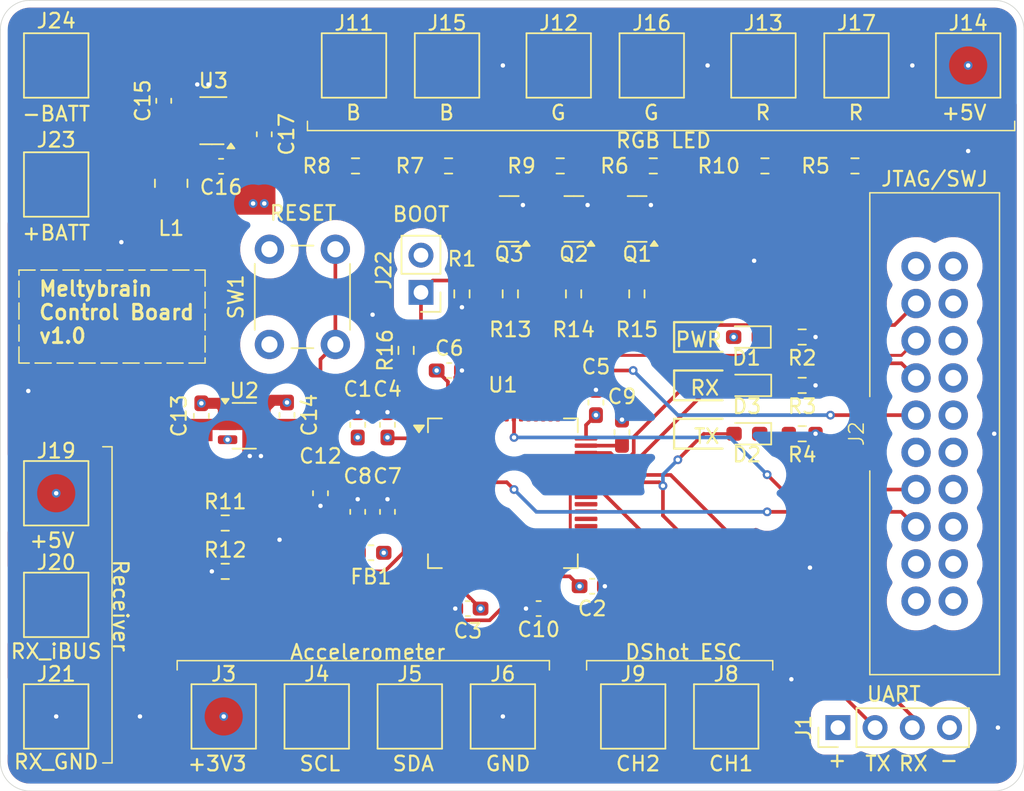
<source format=kicad_pcb>
(kicad_pcb (version 20241229) (generator "pcbnew") (generator_version "9.0")
  (layers (0 "F.Cu" signal) (4 "In1.Cu" signal) (6 "In2.Cu" signal) (2 "B.Cu" signal) (13 "F.Paste" user) (15 "B.Paste" user) (5 "F.SilkS" user "F.Silkscreen") (7 "B.SilkS" user "B.Silkscreen") (1 "F.Mask" user) (3 "B.Mask" user) (25 "Edge.Cuts" user))
  (net 0 "")
  (net 1 "+3V3")
  (net 2 "GND")
  (net 3 "VDDA")
  (net 4 "Net-(U1-VCAP_2)")
  (net 5 "Net-(U1-VCAP_1)")
  (net 6 "/NRST")
  (net 7 "+5V")
  (net 8 "+BATT")
  (net 9 "Net-(U3-SW)")
  (net 10 "Net-(U3-CB)")
  (net 11 "Net-(D1-K)")
  (net 12 "/USART1_TX")
  (net 13 "Net-(D2-K)")
  (net 14 "/USART1_RX")
  (net 15 "Net-(D3-K)")
  (net 16 "/JTDI")
  (net 17 "/JTCK_SWCLK")
  (net 18 "/JTDO_SWO")
  (net 19 "/nJTRST")
  (net 23 "/JTMS_SWDIO")
  (net 24 "/I2C2_SCL")
  (net 25 "/I2C2_SDA")
  (net 26 "/DSHOT_CH1")
  (net 27 "/DSHOT_CH2")
  (net 28 "Net-(J11-Pin_1)")
  (net 29 "Net-(J12-Pin_1)")
  (net 30 "Net-(J13-Pin_1)")
  (net 31 "Net-(J15-Pin_1)")
  (net 32 "Net-(J16-Pin_1)")
  (net 33 "Net-(J17-Pin_1)")
  (net 34 "/iBUS")
  (net 35 "/BOOT")
  (net 36 "Net-(Q1-D)")
  (net 37 "Net-(Q2-D)")
  (net 38 "Net-(Q3-D)")
  (net 39 "Net-(U1-PA1)")
  (net 55 "/LED_R_PWM")
  (net 62 "/LED_B_PWM")
  (net 72 "/LED_G_PWM")
  (net 77 "Net-(Q1-G)")
  (net 78 "Net-(Q2-G)")
  (net 79 "Net-(Q3-G)")
  (net 81 "Net-(J22-Pin_1)")
  (footprint "Capacitor_SMD:C_0603_1608Metric_Pad1.08x0.95mm_HandSolder" (layer "F.Cu") (at 144.526 107.95 90)
    (property "Reference" "C7")
    (property "Value" "1u" (hide yes))
  )
  (footprint "Resistor_SMD:R_0603_1608Metric_Pad0.98x0.95mm_HandSolder" (layer "F.Cu") (at 172.8235 102.616 180)
    (property "Reference" "R4")
    (property "Value" "1.1k" (hide yes))
  )
  (footprint "TestPoint:TestPoint_Pad_4.0x4.0mm" (layer "F.Cu") (at 162.56 77.47)
    (property "Reference" "J16")
    (property "Value" "LED2_G" (hide yes))
  )
  (footprint "Capacitor_SMD:C_0603_1608Metric_Pad1.08x0.95mm_HandSolder" (layer "F.Cu") (at 136.1175 82.169 90)
    (property "Reference" "C17")
    (property "Value" "10u" (hide yes))
  )
  (footprint "TestPoint:TestPoint_Pad_4.0x4.0mm" (layer "F.Cu") (at 121.92 77.47)
    (property "Reference" "J24")
    (property "Value" "-BATT")
  )
  (footprint "TestPoint:TestPoint_Pad_4.0x4.0mm" (layer "F.Cu") (at 156.21 77.47)
    (property "Reference" "J12")
    (property "Value" "LED1_G" (hide yes))
  )
  (footprint "TestPoint:TestPoint_Pad_4.0x4.0mm" (layer "F.Cu") (at 184.15 77.47)
    (property "Reference" "J14")
    (property "Value" "LED_ANODE" (hide yes))
  )
  (footprint "Capacitor_SMD:C_0603_1608Metric_Pad1.08x0.95mm_HandSolder" (layer "F.Cu") (at 131.826 101.399 -90)
    (property "Reference" "C13")
    (property "Value" "2.2u" (hide yes))
  )
  (footprint "TestPoint:TestPoint_Pad_4.0x4.0mm" (layer "F.Cu") (at 146.05 121.92)
    (property "Reference" "J5")
    (property "Value" "SDA_ACC" (hide yes))
  )
  (footprint "TestPoint:TestPoint_Pad_4.0x4.0mm" (layer "F.Cu") (at 142.24 77.47)
    (property "Reference" "J11")
    (property "Value" "LED1_B" (hide yes))
  )
  (footprint "TestPoint:TestPoint_Pad_4.0x4.0mm" (layer "F.Cu") (at 121.92 114.3)
    (property "Reference" "J20")
    (property "Value" "RX_iBUS")
  )
  (footprint "Package_TO_SOT_SMD:SOT-23-5" (layer "F.Cu") (at 134.7525 102.0735)
    (property "Reference" "U2")
    (property "Value" "TLV74033PDBVR" (hide yes))
  )
  (footprint "TestPoint:TestPoint_Pad_4.0x4.0mm" (layer "F.Cu") (at 148.59 77.47)
    (property "Reference" "J15")
    (property "Value" "LED2_B" (hide yes))
  )
  (footprint "TestPoint:TestPoint_Pad_4.0x4.0mm" (layer "F.Cu") (at 121.92 106.68)
    (property "Reference" "J19")
    (property "Value" "RX_VDD" (hide yes))
  )
  (footprint "Resistor_SMD:R_0603_1608Metric_Pad0.98x0.95mm_HandSolder" (layer "F.Cu") (at 149.606 93.0675 90)
    (property "Reference" "R1")
    (property "Value" "10k" (hide yes))
  )
  (footprint "Resistor_SMD:R_0603_1608Metric_Pad0.98x0.95mm_HandSolder" (layer "F.Cu") (at 142.3435 84.328)
    (property "Reference" "R8")
    (property "Value" "71.5" (hide yes))
  )
  (footprint "Capacitor_SMD:C_0603_1608Metric_Pad1.08x0.95mm_HandSolder" (layer "F.Cu") (at 142.494 107.95 90)
    (property "Reference" "C8")
    (property "Value" "100n" (hide yes))
  )
  (footprint "Capacitor_SMD:C_0603_1608Metric_Pad1.08x0.95mm_HandSolder" (layer "F.Cu") (at 158.496 113.03)
    (property "Reference" "C2")
    (property "Value" "100n" (hide yes))
  )
  (footprint "TestPoint:TestPoint_Pad_4.0x4.0mm" (layer "F.Cu") (at 139.7 121.92)
    (property "Reference" "J4")
    (property "Value" "SCL_ACC" (hide yes))
  )
  (footprint "Capacitor_SMD:C_0603_1608Metric_Pad1.08x0.95mm_HandSolder" (layer "F.Cu") (at 148.7435 98.298 180)
    (property "Reference" "C6")
    (property "Value" "100n" (hide yes))
  )
  (footprint "Button_Switch_THT:SW_PUSH_6mm" (layer "F.Cu") (at 136.47 96.52 90)
    (property "Reference" "SW1")
    (property "Value" "SW_Push" (hide yes))
  )
  (footprint "Resistor_SMD:R_0603_1608Metric_Pad0.98x0.95mm_HandSolder" (layer "F.Cu") (at 176.4265 84.328)
    (property "Reference" "R5")
    (property "Value" "115" (hide yes))
  )
  (footprint "Inductor_SMD:L_1008_2520Metric_Pad1.43x2.20mm_HandSolder" (layer "F.Cu") (at 129.7675 85.517 -90)
    (property "Reference" "L1")
    (property "Value" "4.7u" (hide yes))
  )
  (footprint "TestPoint:TestPoint_Pad_4.0x4.0mm" (layer "F.Cu") (at 176.53 77.47)
    (property "Reference" "J17")
    (property "Value" "LED2_R" (hide yes))
  )
  (footprint "Resistor_SMD:R_0603_1608Metric_Pad0.98x0.95mm_HandSolder" (layer "F.Cu") (at 172.8235 99.314 180)
    (property "Reference" "R3")
    (property "Value" "1.1k" (hide yes))
  )
  (footprint "Resistor_SMD:R_0603_1608Metric_Pad0.98x0.95mm_HandSolder" (layer "F.Cu") (at 133.4535 112.014)
    (property "Reference" "R12")
    (property "Value" "1.1k" (hide yes))
  )
  (footprint "Diode_SMD:D_0603_1608Metric_Pad1.05x0.95mm_HandSolder" (layer "F.Cu") (at 169.051 102.616 180)
    (property "Reference" "D2")
    (property "Value" "LED" (hide yes))
  )
  (footprint "Diode_SMD:D_0603_1608Metric_Pad1.05x0.95mm_HandSolder" (layer "F.Cu") (at 169.023 96.012 180)
    (property "Reference" "D1")
    (property "Value" "LED" (hide yes))
  )
  (footprint "Resistor_SMD:R_0603_1608Metric_Pad0.98x0.95mm_HandSolder" (layer "F.Cu") (at 152.908 93.0675 -90)
    (property "Reference" "R13")
    (property "Value" "~" (hide yes))
  )
  (footprint "Connector_Wuerth:Wuerth_WR-BHD_61202021621_P2.54mm_Vertical" (layer "F.Cu") (at 181.864 102.616 -90)
    (property "Reference" "J2")
    (property "Value" "JTAG/SWJ" (hide yes))
  )
  (footprint "TestPoint:TestPoint_Pad_4.0x4.0mm" (layer "F.Cu") (at 121.92 121.92)
    (property "Reference" "J21")
    (property "Value" "RX_GND")
  )
  (footprint "Package_TO_SOT_SMD:SOT-23-6_Handsoldering" (layer "F.Cu") (at 132.6415 81.2405 180)
    (property "Reference" "U3")
    (property "Value" "LMR50410Y5FQDBVRQ1" (hide yes))
  )
  (footprint "Resistor_SMD:R_0603_1608Metric_Pad0.98x0.95mm_HandSolder" (layer "F.Cu") (at 172.8235 96.012 180)
    (property "Reference" "R2")
    (property "Value" "1.1k" (hide yes))
  )
  (footprint "TestPoint:TestPoint_Pad_4.0x4.0mm" (layer "F.Cu") (at 133.35 121.92)
    (property "Reference" "J3")
    (property "Value" "VDD_ACC" (hide yes))
  )
  (footprint "Connector_PinHeader_2.54mm:PinHeader_1x04_P2.54mm_Vertical" (layer "F.Cu") (at 175.26 122.682 90)
    (property "Reference" "J1")
    (property "Value" "UART")
  )
  (footprint "TestPoint:TestPoint_Pad_4.0x4.0mm" (layer "F.Cu") (at 121.92 85.598)
    (property "Reference" "J23")
    (property "Value" "+BATT")
  )
  (footprint "TestPoint:TestPoint_Pad_4.0x4.0mm" (layer "F.Cu") (at 152.4 121.92)
    (property "Reference" "J6")
    (property "Value" "GND_ACC" (hide yes))
  )
  (footprint "Capacitor_SMD:C_0603_1608Metric_Pad1.08x0.95mm_HandSolder" (layer "F.Cu") (at 160.528 102.5155 90)
    (property "Reference" "C9")
    (property "Value" "2.2u" (hide yes))
  )
  (footprint "Capacitor_SMD:C_0603_1608Metric_Pad1.08x0.95mm_HandSolder" (layer "F.Cu") (at 133.17 84.3545 180)
    (property "Reference" "C16")
    (property "Value" "100n" (hide yes))
  )
  (footprint "Capacitor_SMD:C_0603_1608Metric_Pad1.08x0.95mm_HandSolder" (layer "F.Cu") (at 137.668 101.346 -90)
    (property "Reference" "C14")
    (property "Value" "2.2u" (hide yes))
  )
  (footprint "Package_TO_SOT_SMD:SOT-23" (layer "F.Cu") (at 161.5625 87.95 180)
    (property "Reference" "Q1")
    (property "Value" "Q_NMOS" (hide yes))
  )
  (footprint "Capacitor_SMD:C_0603_1608Metric_Pad1.08x0.95mm_HandSolder" (layer "F.Cu") (at 150.0135 114.554 180)
    (property "Reference" "C3")
    (property "Value" "100n" (hide yes))
  )
  (footprint "Capacitor_SMD:C_0603_1608Metric_Pad1.08x0.95mm_HandSolder" (layer "F.Cu") (at 139.954 106.68 -90)
    (property "Reference" "C12")
    (property "Value" "100n" (hide yes))
  )
  (footprint "Resistor_SMD:R_0603_1608Metric_Pad0.98x0.95mm_HandSolder" (layer "F.Cu") (at 162.6635 84.328)
    (property "Reference" "R6")
    (property "Value" "71.5" (hide yes))
  )
  (footprint "Resistor_SMD:R_0603_1608Metric_Pad0.98x0.95mm_HandSolder" (layer "F.Cu") (at 161.544 93.0675 -90)
    (property "Reference" "R15")
    (property "Value" "~" (hide yes))
  )
  (footprint "Package_TO_SOT_SMD:SOT-23" (layer "F.Cu") (at 152.8295 87.95 180)
    (property "Reference" "Q3")
    (property "Value" "Q_NMOS" (hide yes))
  )
  (footprint "Capacitor_SMD:C_0603_1608Metric_Pad1.08x0.95mm_HandSolder" (layer "F.Cu") (at 154.8395 114.554 180)
    (property "Reference" "C10")
    (property "Value" "2.2u" (hide yes))
  )
  (footprint "TestPoint:TestPoint_Pad_4.0x4.0mm" (layer "F.Cu") (at 170.18 77.47)
    (property "Reference" "J13")
    (property "Value" "LED1_R" (hide yes))
  )
  (footprint "Capacitor_SMD:C_0603_1608Metric_Pad1.08x0.95mm_HandSolder" (layer "F.Cu") (at 144.526 102.0075 90)
    (property "Reference" "C4")
    (property "Value" "100n" (hide yes))
  )
  (footprint "TestPoint:TestPoint_Pad_4.0x4.0mm" (layer "F.Cu") (at 167.64 121.92)
    (property "Reference" "J8")
    (property "Value" "CH1_ESC" (hide yes))
  )
  (footprint "TestPoint:TestPoint_Pad_4.0x4.0mm" (layer "F.Cu") (at 161.29 121.92)
    (property "Reference" "J9")
    (property "Value" "CH2_ESC" (hide yes))
  )
  (footprint "Resistor_SMD:R_0603_1608Metric_Pad0.98x0.95mm_HandSolder" (layer "F.Cu") (at 133.4535 108.712 180)
    (property "Reference" "R11")
    (property "Value" "4.3k" (hide yes))
  )
  (footprint "Capacitor_SMD:C_0603_1608Metric_Pad1.08x0.95mm_HandSolder" (layer "F.Cu") (at 129.2595 79.883 90)
    (property "Reference" "C15")
    (property "Value" "2.2u" (hide yes))
  )
  (footprint "Diode_SMD:D_0603_1608Metric_Pad1.05x0.95mm_HandSolder" (layer "F.Cu") (at 169.051 99.314 180)
    (property "Reference" "D3")
    (property "Value" "LED" (hide yes))
  )
  (footprint "Resistor_SMD:R_0603_1608Metric_Pad0.98x0.95mm_HandSolder" (layer "F.Cu") (at 145.796 96.9245 90)
    (property "Reference" "R16")
    (property "Value" "10k" (hide yes))
  )
  (footprint "Resistor_SMD:R_0603_1608Metric_Pad0.98x0.95mm_HandSolder" (layer "F.Cu") (at 156.3135 84.328)
    (property "Reference" "R9")
    (property "Value" "71.5" (hide yes))
  )
  (footprint "Package_QFP:LQFP-64_10x10mm_P0.5mm" (layer "F.Cu") (at 152.4 106.68)
    (property "Reference" "U1")
    (property "Value" "STM32F205RETx" (hide yes))
  )
  (footprint "Package_TO_SOT_SMD:SOT-23" (layer "F.Cu") (at 157.2445 87.95 180)
    (property "Reference" "Q2")
    (property "Value" "Q_NMOS" (hide yes))
  )
  (footprint "Capacitor_SMD:C_0603_1608Metric_Pad1.08x0.95mm_HandSolder" (layer "F.Cu") (at 158.75 100.4835 90)
    (property "Reference" "C5")
    (property "Value" "100n" (hide yes))
  )
  (footprint "Inductor_SMD:L_0603_1608Metric_Pad1.05x0.95mm_HandSolder" (layer "F.Cu") (at 143.397 110.744)
    (property "Reference" "FB1")
    (property "Value" "Bead" (hide yes))
  )
  (footprint "Resistor_SMD:R_0603_1608Metric_Pad0.98x0.95mm_HandSolder" (layer "F.Cu") (at 157.226 93.0675 -90)
    (property "Reference" "R14")
    (property "Value" "~" (hide yes))
  )
  (footprint "Connector_PinHeader_2.54mm:PinHeader_1x02_P2.54mm_Vertical" (layer "F.Cu") (at 146.812 92.964 180)
    (property "Reference" "J22")
    (property "Value" "BOOT")
  )
  (footprint "Resistor_SMD:R_0603_1608Metric_Pad0.98x0.95mm_HandSolder" (layer "F.Cu") (at 170.2835 84.328)
    (property "Reference" "R10")
    (property "Value" "115" (hide yes))
  )
  (footprint "Resistor_SMD:R_0603_1608Metric_Pad0.98x0.95mm_HandSolder" (layer "F.Cu") (at 148.6935 84.328)
    (property "Reference" "R7")
    (property "Value" "71.5" (hide yes))
  )
  (footprint "Capacitor_SMD:C_0603_1608Metric_Pad1.08x0.95mm_HandSolder" (layer "F.Cu") (at 142.494 102.0075 90)
    (property "Reference" "C1")
    (property "Value" "10u" (hide yes))
  )
  (gr_line (start 170.815 118.11) (end 170.815 118.745) (stroke (width 0.1)) (layer "F.SilkS"))
  (gr_line (start 167.386 101.6) (end 164.084 101.6) (stroke (width 0.153)) (layer "F.SilkS"))
  (gr_rect (start 119.38 91.44) (end 132.08 97.79) (stroke (width 0.1) (type dash)) (fill no) (layer "F.SilkS"))
  (gr_line (start 125.095 103.505) (end 125.73 103.505) (stroke (width 0.1)) (layer "F.SilkS"))
  (gr_line (start 139.065 81.915) (end 187.325 81.915) (stroke (width 0.1)) (layer "F.SilkS"))
  (gr_line (start 164.084 98.298) (end 164.084 100.33) (stroke (width 0.153)) (layer "F.SilkS"))
  (gr_line (start 130.175 118.11) (end 155.575 118.11) (stroke (width 0.1)) (layer "F.SilkS"))
  (gr_line (start 164.084 94.996) (end 164.084 97.028) (stroke (width 0.153)) (layer "F.SilkS"))
  (gr_line (start 164.084 100.33) (end 167.386 100.33) (stroke (width 0.153)) (layer "F.SilkS"))
  (gr_line (start 167.386 98.298) (end 164.084 98.298) (stroke (width 0.153)) (layer "F.SilkS"))
  (gr_line (start 167.386 94.996) (end 164.084 94.996) (stroke (width 0.153)) (layer "F.SilkS"))
  (gr_line (start 155.575 118.11) (end 155.575 118.745) (stroke (width 0.1)) (layer "F.SilkS"))
  (gr_line (start 164.084 101.6) (end 164.084 103.632) (stroke (width 0.153)) (layer "F.SilkS"))
  (gr_line (start 125.73 103.505) (end 125.73 125.095) (stroke (width 0.1)) (layer "F.SilkS"))
  (gr_line (start 164.084 103.632) (end 167.386 103.632) (stroke (width 0.153)) (layer "F.SilkS"))
  (gr_line (start 164.084 97.028) (end 167.386 97.028) (stroke (width 0.153)) (layer "F.SilkS"))
  (gr_line (start 158.115 118.11) (end 170.815 118.11) (stroke (width 0.1)) (layer "F.SilkS"))
  (gr_line (start 158.115 118.745) (end 158.115 118.11) (stroke (width 0.1)) (layer "F.SilkS"))
  (gr_line (start 139.065 81.28) (end 139.065 81.915) (stroke (width 0.1)) (layer "F.SilkS"))
  (gr_line (start 187.325 81.915) (end 187.325 81.28) (stroke (width 0.1)) (layer "F.SilkS"))
  (gr_line (start 125.095 125.095) (end 125.73 125.095) (stroke (width 0.1)) (layer "F.SilkS"))
  (gr_line (start 130.175 118.745) (end 130.175 118.11) (stroke (width 0.1)) (layer "F.SilkS"))
  (gr_arc (start 118.11 75.025) (mid 118.695786 73.610786) (end 120.11 73.025) (stroke (width 0.05)) (layer "Edge.Cuts"))
  (gr_line (start 118.11 125) (end 118.11 75.025) (stroke (width 0.05)) (layer "Edge.Cuts"))
  (gr_arc (start 187.96 125) (mid 187.374214 126.414214) (end 185.96 127) (stroke (width 0.05)) (layer "Edge.Cuts"))
  (gr_line (start 120.11 73.025) (end 185.96 73.025) (stroke (width 0.05)) (layer "Edge.Cuts"))
  (gr_line (start 185.96 127) (end 120.11 127) (stroke (width 0.05)) (layer "Edge.Cuts"))
  (gr_line (start 187.96 75.025) (end 187.96 125) (stroke (width 0.05)) (layer "Edge.Cuts"))
  (gr_arc (start 185.96 73.025) (mid 187.374214 73.610786) (end 187.96 75.025) (stroke (width 0.05)) (layer "Edge.Cuts"))
  (gr_arc (start 120.11 127) (mid 118.695786 126.414214) (end 118.11 125) (stroke (width 0.05)) (layer "Edge.Cuts"))
  (gr_text "DShot ESC" (at 160.655 118.11 0) (layer "F.SilkS") (effects (font (size 1 1) (thickness 0.153)) (justify left bottom)))
  (gr_text "SCL" (at 138.43 125.73 0) (layer "F.SilkS") (effects (font (size 1 1) (thickness 0.153)) (justify left bottom)))
  (gr_text "-" (at 182.118 125.476 0) (layer "F.SilkS") (effects (font (size 1 1) (thickness 0.153)) (justify left bottom)))
  (gr_text "+3V3" (at 130.81 125.73 0) (layer "F.SilkS") (effects (font (size 1 1) (thickness 0.153)) (justify left bottom)))
  (gr_text "TX" (at 165.354 103.378 0) (layer "F.SilkS") (effects (font (size 1 1) (thickness 0.153)) (justify left bottom)))
  (gr_text "+5V" (at 182.245 81.28 0) (layer "F.SilkS") (effects (font (size 1 1) (thickness 0.153)) (justify left bottom)))
  (gr_text "RX" (at 165.1 100.076 0) (layer "F.SilkS") (effects (font (size 1 1) (thickness 0.153)) (justify left bottom)))
  (gr_text "GND" (at 151.13 125.73 0) (layer "F.SilkS") (effects (font (size 1 1) (thickness 0.153)) (justify left bottom)))
  (gr_text "RGB LED" (at 160.02 83.185 0) (layer "F.SilkS") (effects (font (size 1 1) (thickness 0.153)) (justify left bottom)))
  (gr_text "R" (at 175.895 81.28 0) (layer "F.SilkS") (effects (font (size 1 1) (thickness 0.153)) (justify left bottom)))
  (gr_text "B" (at 141.605 81.28 0) (layer "F.SilkS") (effects (font (size 1 1) (thickness 0.153)) (justify left bottom)))
  (gr_text "SDA" (at 144.78 125.73 0) (layer "F.SilkS") (effects (font (size 1 1) (thickness 0.153)) (justify left bottom)))
  (gr_text "CH2" (at 160.02 125.73 0) (layer "F.SilkS") (effects (font (size 1 1) (thickness 0.153)) (justify left bottom)))
  (gr_text "R" (at 169.545 81.28 0) (layer "F.SilkS") (effects (font (size 1 1) (thickness 0.153)) (justify left bottom)))
  (gr_text "+5V" (at 120.015 110.49 0) (layer "F.SilkS") (effects (font (size 1 1) (thickness 0.153)) (justify left bottom)))
  (gr_text "Meltybrain\nControl Board\nv1.0" (at 120.65 96.52 0) (layer "F.SilkS") (effects (font (size 1 1) (thickness 0.2) (bold yes)) (justify left bottom)))
  (gr_text "CH1" (at 166.37 125.73 0) (layer "F.SilkS") (effects (font (size 1 1) (thickness 0.153)) (justify left bottom)))
  (gr_text "G" (at 155.575 81.28 0) (layer "F.SilkS") (effects (font (size 1 1) (thickness 0.153)) (justify left bottom)))
  (gr_text "Accelerometer" (at 137.795 118.11 0) (layer "F.SilkS") (effects (font (size 1 1) (thickness 0.153)) (justify left bottom)))
  (gr_text "PWR" (at 164.084 96.774 0) (layer "F.SilkS") (effects (font (size 1 1) (thickness 0.153)) (justify left bottom)))
  (gr_text "B" (at 147.955 81.28 0) (layer "F.SilkS") (effects (font (size 1 1) (thickness 0.153)) (justify left bottom)))
  (gr_text "TX" (at 177.038 125.73 0) (layer "F.SilkS") (effects (font (size 1 1) (thickness 0.153)) (justify left bottom)))
  (gr_text "Receiver" (at 125.73 111.125 270) (layer "F.SilkS") (effects (font (size 1 1) (thickness 0.153)) (justify left bottom)))
  (gr_text "+" (at 174.498 125.476 0) (layer "F.SilkS") (effects (font (size 1 1) (thickness 0.153)) (justify left bottom)))
  (gr_text "RESET" (at 136.398 88.138 0) (layer "F.SilkS") (effects (font (size 1 1) (thickness 0.153) (bold yes)) (justify left bottom)))
  (gr_text "RX" (at 179.324 125.73 0) (layer "F.SilkS") (effects (font (size 1 1) (thickness 0.153)) (justify left bottom)))
  (gr_text "G" (at 161.925 81.28 0) (layer "F.SilkS") (effects (font (size 1 1) (thickness 0.153)) (justify left bottom)))
  (segment (start 148.65 99.067) (end 147.881 98.298) (width 0.25) (layer "F.Cu") (net 1))
  (segment (start 136.652 100.33) (end 137.5145 100.33) (width 0.75) (layer "F.Cu") (net 1))
  (segment (start 156.9585 112.355) (end 157.6335 113.03) (width 0.25) (layer "F.Cu") (net 1))
  (segment (start 146.725 102.93) (end 144.586 102.93) (width 0.25) (layer "F.Cu") (net 1))
  (segment (start 137.5145 100.33) (end 137.668 100.4835) (width 0.75) (layer "F.Cu") (net 1))
  (segment (start 144.586 102.93) (end 144.526 102.87) (width 0.25) (layer "F.Cu") (net 1))
  (segment (start 148.65 101.005) (end 148.65 99.067) (width 0.25) (layer "F.Cu") (net 1))
  (segment (start 158.075 102.93) (end 158.075 102.021) (width 0.25) (layer "F.Cu") (net 1))
  (segment (start 136.652 100.3615) (end 135.89 101.1235) (width 0.75) (layer "F.Cu") (net 1))
  (segment (start 136.652 100.3615) (end 136.652 100.33) (width 0.75) (layer "F.Cu") (net 1))
  (segment (start 158.075 102.021) (end 158.75 101.346) (width 0.25) (layer "F.Cu") (net 1))
  (segment (start 149.65 112.355) (end 149.65 113.328) (width 0.25) (layer "F.Cu") (net 1))
  (segment (start 149.65 113.328) (end 150.876 114.554) (width 0.25) (layer "F.Cu") (net 1))
  (segment (start 156.15 112.355) (end 156.9585 112.355) (width 0.25) (layer "F.Cu") (net 1))
  (via (at 133.35 121.92) (size 0.6) (drill 0.3) (layers "F.Cu" "B.Cu") (net 1))
  (via (at 147.881 98.298) (size 0.6) (drill 0.3) (layers "F.Cu" "B.Cu") (net 1))
  (via (at 150.876 114.554) (size 0.6) (drill 0.3) (layers "F.Cu" "B.Cu") (net 1))
  (via (at 144.272 110.744) (size 0.6) (drill 0.3) (layers "F.Cu" "B.Cu") (net 1))
  (via (at 158.75 101.346) (size 0.6) (drill 0.3) (layers "F.Cu" "B.Cu") (net 1))
  (via (at 168.148 96.012) (size 0.6) (drill 0.3) (layers "F.Cu" "B.Cu") (net 1))
  (via (at 137.668 100.4835) (size 0.6) (drill 0.3) (layers "F.Cu" "B.Cu") (net 1))
  (via (at 157.6335 113.03) (size 0.6) (drill 0.3) (layers "F.Cu" "B.Cu") (net 1))
  (via (at 142.494 102.87) (size 0.6) (drill 0.3) (layers "F.Cu" "B.Cu") (net 1))
  (via (at 144.526 102.87) (size 0.6) (drill 0.3) (layers "F.Cu" "B.Cu") (net 1))
  (segment (start 149.15 101.005) (end 149.15 98.754) (width 0.25) (layer "F.Cu") (net 2))
  (segment (start 146.725 108.43) (end 145.8685 108.43) (width 0.25) (layer "F.Cu") (net 2))
  (segment (start 149.15 98.754) (end 149.606 98.298) (width 0.25) (layer "F.Cu") (net 2))
  (segment (start 145.8685 108.43) (end 144.526 107.0875) (width 0.25) (layer "F.Cu") (net 2))
  (segment (start 149.15 114.553) (end 149.151 114.554) (width 0.25) (layer "F.Cu") (net 2))
  (segment (start 129.54 77.47) (end 129.54 78.232) (width 2) (layer "F.Cu") (net 2))
  (segment (start 149.15 112.355) (end 149.15 114.553) (width 0.25) (layer "F.Cu") (net 2))
  (segment (start 121.92 77.47) (end 129.54 77.47) (width 2) (layer "F.Cu") (net 2))
  (via (at 142.494 107.0875) (size 0.6) (drill 0.3) (layers "F.Cu" "B.Cu") (net 2))
  (via (at 153.767 87) (size 0.6) (drill 0.3) (layers "F.Cu" "B.Cu") (net 2))
  (via (at 132.3075 78.7665) (size 0.6) (drill 0.3) (layers "F.Cu" "B.Cu") (net 2))
  (via (at 149.151 114.554) (size 0.6) (drill 0.3) (layers "F.Cu" "B.Cu") (net 2))
  (via (at 149.606 93.98) (size 0.6) (drill 0.3) (layers "F.Cu" "B.Cu") (net 2))
  (via (at 144.526 101.145) (size 0.6) (drill 0.3) (layers "F.Cu" "B.Cu") (net 2))
  (via (at 132.541 112.014) (size 0.6) (drill 0.3) (layers "F.Cu" "B.Cu") (net 2))
  (via (at 169.545 90.805) (size 0.6) (drill 0.3) (layers "F.Cu" "B.Cu") (net 2))
  (via (at 173.736 102.616) (size 0.6) (drill 0.3) (layers "F.Cu" "B.Cu") (net 2))
  (via (at 153.977 114.554) (size 0.6) (drill 0.3) (layers "F.Cu" "B.Cu") (net 2))
  (via (at 184.15 83.312) (size 0.6) (drill 0.3) (layers "F.Cu" "B.Cu") (net 2))
  (via (at 142.494 101.145) (size 0.6) (drill 0.3) (layers "F.Cu" "B.Cu") (net 2))
  (via (at 137.16 109.855) (size 0.6) (drill 0.3) (layers "F.Cu" "B.Cu") (net 2))
  (via (at 173.736 96.012) (size 0.6) (drill 0.3) (layers "F.Cu" "B.Cu") (net 2))
  (via (at 144.526 107.0875) (size 0.6) (drill 0.3) (layers "F.Cu" "B.Cu") (net 2))
  (via (at 158.75 99.621) (size 0.6) (drill 0.3) (layers "F.Cu" "B.Cu") (net 2))
  (via (at 185.928 102.616) (size 0.6) (drill 0.3) (layers "F.Cu" "B.Cu") (net 2))
  (via (at 173.736 99.314) (size 0.6) (drill 0.3) (layers "F.Cu" "B.Cu") (net 2))
  (via (at 120.015 99.695) (size 0.6) (drill 0.3) (layers "F.Cu" "B.Cu") (net 2))
  (via (at 127.635 121.92) (size 0.6) (drill 0.3) (layers "F.Cu" "B.Cu") (net 2))
  (via (at 166.37 77.47) (size 0.6) (drill 0.3) (layers "F.Cu" "B.Cu") (net 2))
  (via (at 186.182 122.682) (size 0.6) (drill 0.3) (layers "F.Cu" "B.Cu") (net 2))
  (via (at 139.954 107.5425) (size 0.6) (drill 0.3) (layers "F.Cu" "B.Cu") (net 2))
  (via (at 135.89 104.14) (size 0.6) (drill 0.3) (layers "F.Cu" "B.Cu") (net 2))
  (via (at 135.128 104.14) (size 0.6) (drill 0.3) (layers "F.Cu" "B.Cu") (net 2))
  (via (at 172.085 119.38) (size 0.6) (drill 0.3) (layers "F.Cu" "B.Cu") (net 2))
  (via (at 126.365 89.535) (size 0.6) (drill 0.3) (layers "F.Cu" "B.Cu") (net 2))
  (via (at 149.606 98.298) (size 0.6) (drill 0.3) (layers "F.Cu" "B.Cu") (net 2))
  (via (at 152.4 77.47) (size 0.6) (drill 0.3) (layers "F.Cu" "B.Cu") (net 2))
  (via (at 131.5455 78.7665) (size 0.6) (drill 0.3) (layers "F.Cu" "B.Cu") (net 2))
  (via (at 162.5 87) (size 0.6) (drill 0.3) (layers "F.Cu" "B.Cu") (net 2))
  (via (at 152.4 121.92) (size 0.6) (drill 0.3) (layers "F.Cu" "B.Cu") (net 2))
  (via (at 158.182 87) (size 0.6) (drill 0.3) (layers "F.Cu" "B.Cu") (net 2))
  (via (at 159.3585 113.03) (size 0.6) (drill 0.3) (layers "F.Cu" "B.Cu") (net 2))
  (via (at 173.355 111.76) (size 0.6) (drill 0.3) (layers "F.Cu" "B.Cu") (net 2))
  (via (at 121.92 121.92) (size 0.6) (drill 0.3) (layers "F.Cu" "B.Cu") (net 2))
  (via (at 180.34 77.47) (size 0.6) (drill 0.3) (layers "F.Cu" "B.Cu") (net 2))
  (via (at 160.528 101.653) (size 0.6) (drill 0.3) (layers "F.Cu" "B.Cu") (net 2))
  (via (at 143.51 94.488) (size 0.6) (drill 0.3) (layers "F.Cu" "B.Cu") (net 2))
  (segment (start 144.6435 108.93) (end 146.725 108.93) (width 0.25) (layer "F.Cu") (net 3))
  (segment (start 142.522 108.8405) (end 142.494 108.8125) (width 0.25) (layer "F.Cu") (net 3))
  (segment (start 142.522 110.744) (end 142.522 108.8405) (width 0.25) (layer "F.Cu") (net 3))
  (segment (start 144.526 108.8125) (end 144.6435 108.93) (width 0.25) (layer "F.Cu") (net 3))
  (segment (start 142.494 108.8125) (end 144.526 108.8125) (width 0.25) (layer "F.Cu") (net 3))
  (segment (start 160.476 103.43) (end 160.528 103.378) (width 0.25) (layer "F.Cu") (net 4))
  (segment (start 158.075 103.43) (end 160.476 103.43) (width 0.25) (layer "F.Cu") (net 4))
  (segment (start 155.65 114.502) (end 155.65 112.355) (width 0.25) (layer "F.Cu") (net 5))
  (segment (start 155.702 114.554) (end 155.65 114.502) (width 0.25) (layer "F.Cu") (net 5))
  (segment (start 139.954 105.8175) (end 140.0665 105.93) (width 0.25) (layer "F.Cu") (net 6))
  (segment (start 153.162 106.426) (end 152.666 105.93) (width 0.25) (layer "F.Cu") (net 6))
  (segment (start 179.578 107.95) (end 170.434 107.95) (width 0.25) (layer "F.Cu") (net 6))
  (segment (start 140.97 90.02) (end 140.97 96.52) (width 0.25) (layer "F.Cu") (net 6))
  (segment (start 139.954 105.8175) (end 139.954 97.536) (width 0.25) (layer "F.Cu") (net 6))
  (segment (start 139.954 97.536) (end 140.97 96.52) (width 0.25) (layer "F.Cu") (net 6))
  (segment (start 152.666 105.93) (end 146.725 105.93) (width 0.25) (layer "F.Cu") (net 6))
  (segment (start 140.0665 105.93) (end 146.725 105.93) (width 0.25) (layer "F.Cu") (net 6))
  (segment (start 180.594 108.966) (end 179.578 107.95) (width 0.25) (layer "F.Cu") (net 6))
  (via (at 153.162 106.426) (size 0.6) (drill 0.3) (layers "F.Cu" "B.Cu") (net 6))
  (via (at 170.434 107.95) (size 0.6) (drill 0.3) (layers "F.Cu" "B.Cu") (net 6))
  (segment (start 153.162 106.426) (end 154.686 107.95) (width 0.25) (layer "B.Cu") (net 6))
  (segment (start 154.686 107.95) (end 170.434 107.95) (width 0.25) (layer "B.Cu") (net 6))
  (segment (start 137.6415 82.0685) (end 136.6785 83.0315) (width 0.75) (layer "F.Cu") (net 7))
  (segment (start 133.9915 80.2905) (end 134.2455 80.0365) (width 0.75) (layer "F.Cu") (net 7))
  (segment (start 136.8795 80.0365) (end 137.6415 80.7985) (width 0.75) (layer "F.Cu") (net 7))
  (segment (start 133.096 100.6045) (end 133.096 100.584) (width 0.75) (layer "F.Cu") (net 7))
  (segment (start 134.2455 80.0365) (end 136.8795 80.0365) (width 0.75) (layer "F.Cu") (net 7))
  (segment (start 136.6785 83.0315) (end 136.1175 83.0315) (width 0.75) (layer "F.Cu") (net 7))
  (segment (start 137.6415 80.7985) (end 137.6415 82.0685) (width 0.75) (layer "F.Cu") (net 7))
  (segment (start 136.1705 83.0315) (end 136.1175 83.0315) (width 0.25) (layer "F.Cu") (net 7))
  (segment (start 133.615 101.1235) (end 133.096 100.6045) (width 0.75) (layer "F.Cu") (net 7))
  (segment (start 133.096 100.584) (end 133.0485 100.5365) (width 0.75) (layer "F.Cu") (net 7))
  (segment (start 133.0485 100.5365) (end 131.826 100.5365) (width 0.75) (layer "F.Cu") (net 7))
  (via (at 121.92 106.68) (size 0.6) (drill 0.3) (layers "F.Cu" "B.Cu") (net 7))
  (via (at 136.1175 86.8945) (size 0.6) (drill 0.3) (layers "F.Cu" "B.Cu") (net 7))
  (via (at 131.826 100.5365) (size 0.6) (drill 0.3) (layers "F.Cu" "B.Cu") (net 7))
  (via (at 184.15 77.47) (size 0.6) (drill 0.3) (layers "F.Cu" "B.Cu") (net 7))
  (via (at 135.3555 86.8945) (size 0.6) (drill 0.3) (layers "F.Cu" "B.Cu") (net 7))
  (via (at 133.615 103.0235) (size 0.6) (drill 0.3) (layers "F.Cu" "B.Cu") (net 7))
  (segment (start 124.206 85.598) (end 127 82.804) (width 2) (layer "F.Cu") (net 8))
  (segment (start 121.92 98.091) (end 121.92 85.598) (width 0.25) (layer "F.Cu") (net 8))
  (segment (start 121.92 85.598) (end 124.206 85.598) (width 2) (layer "F.Cu") (net 8))
  (segment (start 127 82.804) (end 127 81.026) (width 2) (layer "F.Cu") (net 8))
  (segment (start 121.92 98.091) (end 132.541 108.712) (width 0.25) (layer "F.Cu") (net 8))
  (segment (start 133.9915 82.1905) (end 133.9915 84.3135) (width 0.75) (layer "F.Cu") (net 10))
  (segment (start 133.9915 84.3135) (end 134.0325 84.3545) (width 0.75) (layer "F.Cu") (net 10))
  (segment (start 171.911 96.012) (end 169.898 96.012) (width 0.25) (layer "F.Cu") (net 11))
  (segment (start 168.176 102.616) (end 166.116 102.616) (width 0.2) (layer "F.Cu") (net 12))
  (segment (start 163.322 108.204) (end 163.322 106.172) (width 0.25) (layer "F.Cu") (net 12))
  (segment (start 163.322 106.172) (end 163.08 105.93) (width 0.25) (layer "F.Cu") (net 12))
  (segment (start 166.116 102.616) (end 164.338 104.394) (width 0.25) (layer "F.Cu") (net 12))
  (segment (start 161.81 105.93) (end 158.075 105.93) (width 0.25) (layer "F.Cu") (net 12))
  (segment (start 163.08 105.93) (end 161.81 105.93) (width 0.25) (layer "F.Cu") (net 12))
  (segment (start 177.8 122.682) (end 163.322 108.204) (width 0.25) (layer "F.Cu") (net 12))
  (via (at 163.322 106.172) (size 0.6) (drill 0.3) (layers "F.Cu" "B.Cu") (net 12))
  (via (at 164.338 104.394) (size 0.6) (drill 0.3) (layers "F.Cu" "B.Cu") (net 12))
  (segment (start 164.338 104.394) (end 163.322 105.41) (width 0.25) (layer "B.Cu") (net 12))
  (segment (start 163.322 105.41) (end 163.322 106.172) (width 0.25) (layer "B.Cu") (net 12))
  (segment (start 171.911 102.616) (end 169.926 102.616) (width 0.25) (layer "F.Cu") (net 13))
  (segment (start 163.85 105.43) (end 158.075 105.43) (width 0.25) (layer "F.Cu") (net 14))
  (segment (start 166.652 99.314) (end 160.536 105.43) (width 0.25) (layer "F.Cu") (net 14))
  (segment (start 180.34 121.92) (end 163.85 105.43) (width 0.25) (layer "F.Cu") (net 14))
  (segment (start 180.34 122.682) (end 180.34 121.92) (width 0.25) (layer "F.Cu") (net 14))
  (segment (start 168.176 99.314) (end 166.652 99.314) (width 0.2) (layer "F.Cu") (net 14))
  (segment (start 160.536 105.43) (end 158.075 105.43) (width 0.25) (layer "F.Cu") (net 14))
  (segment (start 169.926 99.314) (end 171.911 99.314) (width 0.25) (layer "F.Cu") (net 15))
  (segment (start 180.594 96.266) (end 179.594 97.266) (width 0.2) (layer "F.Cu") (net 16))
  (segment (start 155.65 99.271546) (end 155.65 101.005) (width 0.2) (layer "F.Cu") (net 16))
  (segment (start 157.655546 97.266) (end 155.65 99.271546) (width 0.2) (layer "F.Cu") (net 16))
  (segment (start 179.594 97.266) (end 157.655546 97.266) (width 0.2) (layer "F.Cu") (net 16))
  (segment (start 180.594 101.346) (end 174.752 101.346) (width 0.25) (layer "F.Cu") (net 17))
  (segment (start 156.15 99.374) (end 156.15 101.005) (width 0.25) (layer "F.Cu") (net 17))
  (segment (start 157.226 98.298) (end 156.15 99.374) (width 0.25) (layer "F.Cu") (net 17))
  (segment (start 161.29 98.298) (end 157.226 98.298) (width 0.25) (layer "F.Cu") (net 17))
  (via (at 174.752 101.346) (size 0.6) (drill 0.3) (layers "F.Cu" "B.Cu") (net 17))
  (via (at 161.29 98.298) (size 0.6) (drill 0.3) (layers "F.Cu" "B.Cu") (net 17))
  (segment (start 174.752 101.346) (end 164.338 101.346) (width 0.25) (layer "B.Cu") (net 17))
  (segment (start 164.338 101.346) (end 161.29 98.298) (width 0.25) (layer "B.Cu") (net 17))
  (segment (start 180.594 106.426) (end 171.45 106.426) (width 0.25) (layer "F.Cu") (net 18))
  (segment (start 153.162 101.017) (end 153.15 101.005) (width 0.25) (layer "F.Cu") (net 18))
  (segment (start 171.45 106.426) (end 170.434 105.41) (width 0.25) (layer "F.Cu") (net 18))
  (segment (start 153.162 102.87) (end 153.162 101.017) (width 0.25) (layer "F.Cu") (net 18))
  (via (at 170.434 105.41) (size 0.6) (drill 0.3) (layers "F.Cu" "B.Cu") (net 18))
  (via (at 153.162 102.87) (size 0.6) (drill 0.3) (layers "F.Cu" "B.Cu") (net 18))
  (segment (start 167.894 102.87) (end 170.434 105.41) (width 0.25) (layer "B.Cu") (net 18))
  (segment (start 153.162 102.87) (end 167.894 102.87) (width 0.25) (layer "B.Cu") (net 18))
  (segment (start 157.616322 95.1945) (end 152.65 100.160822) (width 0.25) (layer "F.Cu") (net 19))
  (segment (start 152.65 100.160822) (end 152.65 101.005) (width 0.25) (layer "F.Cu") (net 19))
  (segment (start 179.1255 95.1945) (end 157.616322 95.1945) (width 0.25) (layer "F.Cu") (net 19))
  (segment (start 180.594 93.726) (end 179.1255 95.1945) (width 0.25) (layer "F.Cu") (net 19))
  (segment (start 180.594 93.726) (end 180.589 93.721) (width 0.25) (layer "F.Cu") (net 19))
  (segment (start 179.594 97.806) (end 166.36101 97.806) (width 0.25) (layer "F.Cu") (net 23))
  (segment (start 161.00549 104.2415) (end 160.05051 104.2415) (width 0.25) (layer "F.Cu") (net 23))
  (segment (start 159.73901 103.93) (end 158.075 103.93) (width 0.25) (layer "F.Cu") (net 23))
  (segment (start 161.329 102.83801) (end 161.329 103.91799) (width 0.25) (layer "F.Cu") (net 23))
  (segment (start 166.36101 97.806) (end 161.329 102.83801) (width 0.25) (layer "F.Cu") (net 23))
  (segment (start 180.594 98.806) (end 179.594 97.806) (width 0.25) (layer "F.Cu") (net 23))
  (segment (start 161.329 103.91799) (end 161.00549 104.2415) (width 0.25) (layer "F.Cu") (net 23))
  (segment (start 160.05051 104.2415) (end 159.73901 103.93) (width 0.25) (layer "F.Cu") (net 23))
  (segment (start 154.65 113.199178) (end 154.65 112.355) (width 0.25) (layer "F.Cu") (net 24))
  (segment (start 146.265 115.355) (end 151.494178 115.355) (width 0.25) (layer "F.Cu") (net 24))
  (segment (start 153.393178 113.456) (end 154.393178 113.456) (width 0.25) (layer "F.Cu") (net 24))
  (segment (start 139.7 121.92) (end 146.265 115.355) (width 0.25) (layer "F.Cu") (net 24))
  (segment (start 151.494178 115.355) (end 153.393178 113.456) (width 0.25) (layer "F.Cu") (net 24))
  (segment (start 154.393178 113.456) (end 154.65 113.199178) (width 0.25) (layer "F.Cu") (net 24))
  (segment (start 154.51699 115.355) (end 154.8395 115.03249) (width 0.25) (layer "F.Cu") (net 25))
  (segment (start 152.615 115.355) (end 154.51699 115.355) (width 0.25) (layer "F.Cu") (net 25))
  (segment (start 155.15 113.336988) (end 155.15 112.355) (width 0.25) (layer "F.Cu") (net 25))
  (segment (start 154.8395 113.647488) (end 155.15 113.336988) (width 0.25) (layer "F.Cu") (net 25))
  (segment (start 154.8395 115.03249) (end 154.8395 113.647488) (width 0.25) (layer "F.Cu") (net 25))
  (segment (start 146.05 121.92) (end 152.615 115.355) (width 0.25) (layer "F.Cu") (net 25))
  (segment (start 167.64 121.92) (end 167.64 115.062) (width 0.25) (layer "F.Cu") (net 26))
  (segment (start 159.008 106.43) (end 158.075 106.43) (width 0.25) (layer "F.Cu") (net 26))
  (segment (start 167.64 115.062) (end 159.008 106.43) (width 0.25) (layer "F.Cu") (net 26))
  (segment (start 161.29 121.92) (end 161.29 113.238176) (width 0.2) (layer "F.Cu") (net 27))
  (segment (start 157.266176 104.93) (end 158.075 104.93) (width 0.2) (layer "F.Cu") (net 27))
  (segment (start 157.217176 110.881) (end 156.999 110.662824) (width 0.2) (layer "F.Cu") (net 27))
  (segment (start 161.29 113.238176) (end 158.932824 110.881) (width 0.2) (layer "F.Cu") (net 27))
  (segment (start 156.999 105.197176) (end 157.266176 104.93) (width 0.2) (layer "F.Cu") (net 27))
  (segment (start 156.999 110.662824) (end 156.999 105.197176) (width 0.2) (layer "F.Cu") (net 27))
  (segment (start 158.932824 110.881) (end 157.217176 110.881) (width 0.2) (layer "F.Cu") (net 27))
  (segment (start 141.431 84.328) (end 141.431 78.279) (width 0.2) (layer "F.Cu") (net 28))
  (segment (start 141.431 78.279) (end 142.24 77.47) (width 0.2) (layer "F.Cu") (net 28))
  (segment (start 155.401 78.279) (end 156.21 77.47) (width 0.2) (layer "F.Cu") (net 29))
  (segment (start 155.401 84.328) (end 155.401 78.279) (width 0.2) (layer "F.Cu") (net 29))
  (segment (start 169.371 84.328) (end 169.371 78.279) (width 0.2) (layer "F.Cu") (net 30))
  (segment (start 169.371 78.279) (end 170.18 77.47) (width 0.2) (layer "F.Cu") (net 30))
  (segment (start 149.606 84.328) (end 149.606 78.486) (width 0.2) (layer "F.Cu") (net 31))
  (segment (start 149.606 78.486) (end 148.59 77.47) (width 0.2) (layer "F.Cu") (net 31))
  (segment (start 163.576 84.328) (end 163.576 78.486) (width 0.2) (layer "F.Cu") (net 32))
  (segment (start 163.576 78.486) (end 162.56 77.47) (width 0.2) (layer "F.Cu") (net 32))
  (segment (start 177.339 78.279) (end 176.53 77.47) (width 0.2) (layer "F.Cu") (net 33))
  (segment (start 177.339 84.328) (end 177.339 78.279) (width 0.2) (layer "F.Cu") (net 33))
  (segment (start 121.92 114.3) (end 146.705 114.3) (width 0.25) (layer "F.Cu") (net 34))
  (segment (start 146.705 114.3) (end 148.65 112.355) (width 0.25) (layer "F.Cu") (net 34))
  (segment (start 148.417176 102.081) (end 150.382824 102.081) (width 0.2) (layer "F.Cu") (net 35))
  (segment (start 150.65 101.813824) (end 150.65 101.005) (width 0.2) (layer "F.Cu") (net 35))
  (segment (start 150.382824 102.081) (end 150.65 101.813824) (width 0.2) (layer "F.Cu") (net 35))
  (segment (start 145.796 99.459824) (end 148.417176 102.081) (width 0.2) (layer "F.Cu") (net 35))
  (segment (start 145.796 97.837) (end 145.796 99.459824) (width 0.2) (layer "F.Cu") (net 35))
  (segment (start 167.574 87.95) (end 171.196 84.328) (width 0.2) (layer "F.Cu") (net 36))
  (segment (start 175.514 84.328) (end 171.196 84.328) (width 0.25) (layer "F.Cu") (net 36))
  (segment (start 160.625 87.95) (end 167.574 87.95) (width 0.2) (layer "F.Cu") (net 36))
  (segment (start 157.226 84.328) (end 161.751 84.328) (width 0.25) (layer "F.Cu") (net 37))
  (segment (start 156.307 87.95) (end 156.307 85.247) (width 0.2) (layer "F.Cu") (net 37))
  (segment (start 156.307 85.247) (end 157.226 84.328) (width 0.2) (layer "F.Cu") (net 37))
  (segment (start 151.892 87.95) (end 148.27 84.328) (width 0.2) (layer "F.Cu") (net 38))
  (segment (start 147.781 84.328) (end 143.256 84.328) (width 0.25) (layer "F.Cu") (net 38))
  (segment (start 148.27 84.328) (end 147.781 84.328) (width 0.2) (layer "F.Cu") (net 38))
  (segment (start 134.366 112.014) (end 134.366 108.712) (width 0.25) (layer "F.Cu") (net 39))
  (segment (start 145.848 109.93) (end 146.725 109.93) (width 0.25) (layer "F.Cu") (net 39))
  (segment (start 145.624 110.154) (end 145.848 109.93) (width 0.25) (layer "F.Cu") (net 39))
  (segment (start 145.624 110.72049) (end 145.624 110.154) (width 0.25) (layer "F.Cu") (net 39))
  (segment (start 134.366 112.014) (end 144.33049 112.014) (width 0.25) (layer "F.Cu") (net 39))
  (segment (start 144.33049 112.014) (end 145.624 110.72049) (width 0.25) (layer "F.Cu") (net 39))
  (segment (start 161.544 93.98) (end 160.7555 94.7685) (width 0.2) (layer "F.Cu") (net 55))
  (segment (start 160.7555 94.7685) (end 156.577676 94.7685) (width 0.2) (layer "F.Cu") (net 55))
  (segment (start 156.577676 94.7685) (end 151.15 100.196176) (width 0.2) (layer "F.Cu") (net 55))
  (segment (start 151.15 100.196176) (end 151.15 101.005) (width 0.2) (layer "F.Cu") (net 55))
  (segment (start 152.908 93.98) (end 152.908 96.301634) (width 0.2) (layer "F.Cu") (net 62))
  (segment (start 149.65 99.559634) (end 149.65 101.005) (width 0.2) (layer "F.Cu") (net 62))
  (segment (start 152.908 96.301634) (end 149.65 99.559634) (width 0.2) (layer "F.Cu") (net 62))
  (segment (start 156.366176 93.98) (end 150.15 100.196176) (width 0.2) (layer "F.Cu") (net 72))
  (segment (start 157.226 93.98) (end 156.366176 93.98) (width 0.2) (layer "F.Cu") (net 72))
  (segment (start 150.15 100.196176) (end 150.15 101.005) (width 0.2) (layer "F.Cu") (net 72))
  (segment (start 161.544 92.155) (end 161.544 89.856) (width 0.2) (layer "F.Cu") (net 77))
  (segment (start 161.544 89.856) (end 162.5 88.9) (width 0.2) (layer "F.Cu") (net 77))
  (segment (start 157.226 89.856) (end 158.182 88.9) (width 0.2) (layer "F.Cu") (net 78))
  (segment (start 157.226 92.155) (end 157.226 89.856) (width 0.2) (layer "F.Cu") (net 78))
  (segment (start 152.908 89.759) (end 153.767 88.9) (width 0.2) (layer "F.Cu") (net 79))
  (segment (start 152.908 92.155) (end 152.908 89.759) (width 0.2) (layer "F.Cu") (net 79))
  (segment (start 147.621 92.155) (end 146.812 92.964) (width 0.25) (layer "F.Cu") (net 81))
  (segment (start 146.812 92.964) (end 146.812 94.996) (width 0.25) (layer "F.Cu") (net 81))
  (segment (start 149.606 92.155) (end 147.621 92.155) (width 0.25) (layer "F.Cu") (net 81))
  (segment (start 146.812 94.996) (end 145.796 96.012) (width 0.25) (layer "F.Cu") (net 81))
  (zone (net 8) (net_name "+BATT") (layer "F.Cu") (priority 2) (connect_pads yes (clearance 0.1)) (min_thickness 0.1) (fill yes (thermal_gap 0.5) (thermal_bridge_width 0.5))
    (polygon (pts (xy 125.9575 81.5605) (xy 132.0535 81.5605) (xy 132.0535 79.7825) (xy 125.9575 79.7825)))
  )
  (zone (net 2) (net_name "GND") (layer "F.Cu") (priority 2) (connect_pads yes (clearance 0.1)) (min_thickness 0.1) (fill yes (thermal_gap 0.5) (thermal_bridge_width 0.5))
    (polygon (pts (xy 128.4975 78.0045) (xy 133.0695 78.0045) (xy 133.0695 80.7985) (xy 136.8795 80.7985) (xy 136.8795 81.8145) (xy 132.3075 81.8145) (xy 132.3075 79.5285) (xy 128.4975 79.5285)))
  )
  (zone (net 7) (net_name "+5V") (layer "F.Cu") (priority 4) (connect_pads yes (clearance 0.1)) (min_thickness 0.1) (fill yes (thermal_gap 0.5) (thermal_bridge_width 0.5))
    (polygon (pts (xy 128.4975 87.6565) (xy 136.8795 87.6565) (xy 136.8795 82.0685) (xy 135.1015 82.0685) (xy 135.1015 85.6245) (xy 128.4975 85.6245)))
  )
  (zone (net 9) (net_name "Net-(U3-SW)") (layer "F.Cu") (priority 3) (connect_pads yes (clearance 0.1)) (min_thickness 0.1) (fill yes (thermal_gap 0.5) (thermal_bridge_width 0.5))
    (polygon (pts (xy 132.0535 81.8145) (xy 132.0535 83.5925) (xy 133.0695 83.5925) (xy 133.0695 85.1165) (xy 128.4975 85.1165) (xy 128.4975 81.8145)))
  )
  (zone (net 2) (net_name "GND") (layer "F.Cu") (priority 6) (connect_pads yes (clearance 0.1)) (min_thickness 0.1) (fill yes (thermal_gap 0.5) (thermal_bridge_width 0.5))
    (polygon (pts (xy 131.064 103.124) (xy 131.064 101.6) (xy 138.43 101.6) (xy 138.43 104.648) (xy 134.62 104.648) (xy 134.62 102.362) (xy 132.588 102.362) (xy 132.588 103.124)))
  )
  (zone (net 2) (net_name "GND") (layer "F.Cu") (priority 1) (connect_pads no (clearance 1)) (min_thickness 0.5) (fill yes (thermal_gap 0.5) (thermal_bridge_width 0.5))
    (polygon (pts (xy 118.11 73.025) (xy 187.96 73.025) (xy 187.96 127) (xy 118.11 127)))
  )
  (zone (net 2) (net_name "GND") (layer "B.Cu") (priority 1) (connect_pads no (clearance 1)) (min_thickness 0.5) (fill yes (thermal_gap 0.5) (thermal_bridge_width 0.5))
    (polygon (pts (xy 118.11 73.025) (xy 187.96 73.025) (xy 187.96 127) (xy 118.11 127)))
  )
)
</source>
